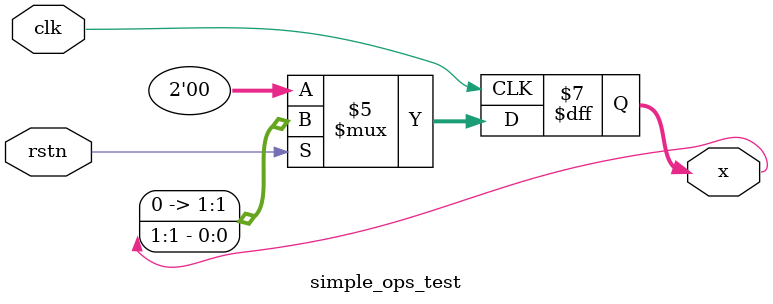
<source format=v>
module simple_ops_test(
    input wire clk,
    input wire rstn,
    output reg [1:0] x
);

always @(posedge clk) begin
    if (!rstn) begin
        x <= 2'b00;
    end else begin
        x <= x >> 2'd1;
    end
end

endmodule
</source>
